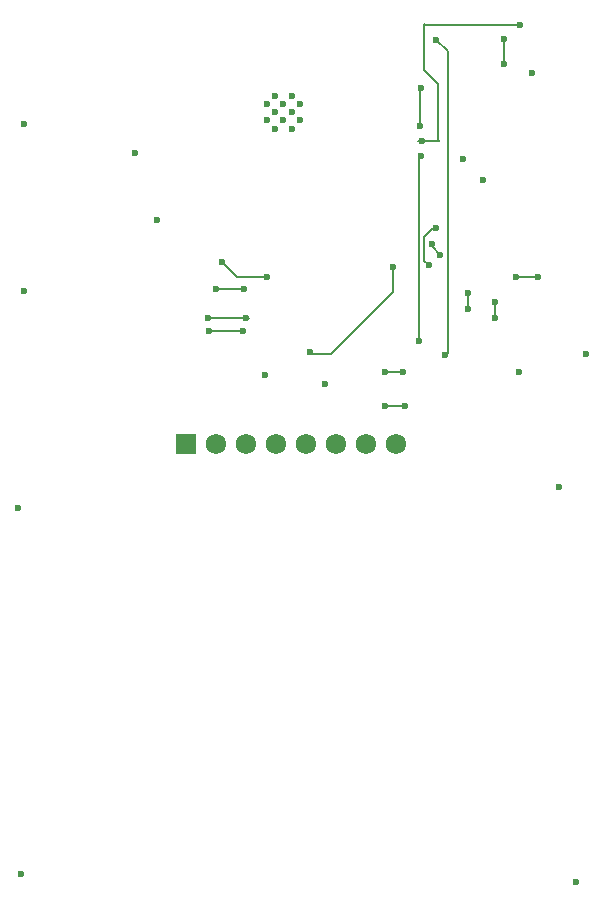
<source format=gbr>
%TF.GenerationSoftware,KiCad,Pcbnew,8.0.8*%
%TF.CreationDate,2025-03-13T01:12:54-05:00*%
%TF.ProjectId,BackTracker,4261636b-5472-4616-936b-65722e6b6963,rev?*%
%TF.SameCoordinates,Original*%
%TF.FileFunction,Copper,L2,Bot*%
%TF.FilePolarity,Positive*%
%FSLAX46Y46*%
G04 Gerber Fmt 4.6, Leading zero omitted, Abs format (unit mm)*
G04 Created by KiCad (PCBNEW 8.0.8) date 2025-03-13 01:12:54*
%MOMM*%
%LPD*%
G01*
G04 APERTURE LIST*
%TA.AperFunction,ComponentPad*%
%ADD10R,1.725000X1.725000*%
%TD*%
%TA.AperFunction,ComponentPad*%
%ADD11C,1.725000*%
%TD*%
%TA.AperFunction,HeatsinkPad*%
%ADD12C,0.600000*%
%TD*%
%TA.AperFunction,ViaPad*%
%ADD13C,0.600000*%
%TD*%
%TA.AperFunction,Conductor*%
%ADD14C,0.200000*%
%TD*%
G04 APERTURE END LIST*
D10*
%TO.P,U2,1,VCC*%
%TO.N,Net-(U2-VCC)*%
X94361000Y-70612000D03*
D11*
%TO.P,U2,2,RST*%
%TO.N,Net-(U1-IO22)*%
X96901000Y-70612000D03*
%TO.P,U2,3,GND*%
%TO.N,GND*%
X99441000Y-70612000D03*
%TO.P,U2,4,IRQ*%
%TO.N,unconnected-(U2-IRQ-Pad4)*%
X101981000Y-70612000D03*
%TO.P,U2,5,MISO/SCL/TX*%
%TO.N,Net-(U1-IO19)*%
X104521000Y-70612000D03*
%TO.P,U2,6,MOSI*%
%TO.N,Net-(U1-IO23)*%
X107061000Y-70612000D03*
%TO.P,U2,7,SCK*%
%TO.N,Net-(U1-IO18)*%
X109601000Y-70612000D03*
%TO.P,U2,8,SS/SDA/RX*%
%TO.N,Net-(U1-IO5)*%
X112141000Y-70612000D03*
%TD*%
D12*
%TO.P,U1,39,GND*%
%TO.N,GND*%
X104027000Y-43218000D03*
X104027000Y-41818000D03*
X103327000Y-43918000D03*
X103327000Y-42518000D03*
X103327000Y-41118000D03*
X102602000Y-43218000D03*
X102602000Y-41818000D03*
X101927000Y-43918000D03*
X101927000Y-42518000D03*
X101927000Y-41118000D03*
X101227000Y-43218000D03*
X101227000Y-41818000D03*
%TD*%
D13*
%TO.N,*%
X91948000Y-51689000D03*
X123698000Y-39243000D03*
X128270000Y-62992000D03*
X127381000Y-107696000D03*
X80391000Y-107061000D03*
X101092000Y-64770000D03*
X106172000Y-65532000D03*
X117856000Y-46482000D03*
X90043000Y-45974000D03*
X80645000Y-43561000D03*
X80137000Y-76073000D03*
X125984000Y-74295000D03*
X122555000Y-64516000D03*
X119507000Y-48260000D03*
X80645000Y-57658000D03*
%TO.N,Net-(U1-IO19)*%
X115570000Y-52324000D03*
X114935000Y-55499000D03*
X111887000Y-55626000D03*
X114300000Y-40513000D03*
X114173000Y-43688000D03*
X104902000Y-62865000D03*
%TO.N,Net-(U1-IO18)*%
X114335000Y-44958000D03*
X122682000Y-35179000D03*
X112903000Y-67437000D03*
X111252000Y-67437000D03*
%TO.N,Net-(U1-IO23)*%
X116332000Y-63119000D03*
X112776000Y-64516000D03*
X111252000Y-64516000D03*
X115570000Y-36449000D03*
%TO.N,Net-(U1-IO5)*%
X114300000Y-46228000D03*
X114127002Y-61930002D03*
%TO.N,Net-(U3-VDDIO)*%
X99441000Y-59944000D03*
X96266000Y-59944000D03*
%TO.N,Net-(U3-VDD)*%
X120523000Y-59944000D03*
X120523000Y-58582000D03*
X96301000Y-61087000D03*
X99187000Y-61087000D03*
X122301000Y-56515000D03*
X124206000Y-56515000D03*
X121320000Y-38446000D03*
X121320000Y-36322000D03*
%TO.N,Net-(U3-VDDIO)*%
X118237000Y-57820000D03*
X118237000Y-59182000D03*
%TO.N,Net-(U1-IO21)*%
X115911935Y-54608594D03*
X115154735Y-53668735D03*
%TO.N,Net-(U1-IO26)*%
X101198765Y-56494765D03*
X97409000Y-55245000D03*
%TO.N,Net-(U1-IO22)*%
X96901000Y-57531000D03*
X99314000Y-57531000D03*
%TD*%
D14*
%TO.N,Net-(U1-IO19)*%
X111887000Y-57785000D02*
X106680000Y-62992000D01*
X111887000Y-55626000D02*
X111887000Y-57785000D01*
X106680000Y-62992000D02*
X105029000Y-62992000D01*
X105029000Y-62992000D02*
X104902000Y-62865000D01*
X115316000Y-52324000D02*
X114554000Y-53086000D01*
X115570000Y-52324000D02*
X115316000Y-52324000D01*
X114554000Y-53086000D02*
X114554000Y-55118000D01*
X114554000Y-55118000D02*
X114935000Y-55499000D01*
X114173000Y-40640000D02*
X114300000Y-40513000D01*
X114173000Y-43688000D02*
X114173000Y-40640000D01*
%TO.N,Net-(U1-IO18)*%
X114300000Y-44958000D02*
X114046000Y-44958000D01*
X114046000Y-44958000D02*
X114335000Y-44958000D01*
X115824000Y-44958000D02*
X114300000Y-44958000D01*
X114554000Y-38989000D02*
X115697000Y-40132000D01*
X114681000Y-35179000D02*
X114554000Y-35052000D01*
X122682000Y-35179000D02*
X114681000Y-35179000D01*
X114554000Y-35052000D02*
X114554000Y-38989000D01*
X115697000Y-44831000D02*
X115824000Y-44958000D01*
X111252000Y-67437000D02*
X112903000Y-67437000D01*
%TO.N,Net-(U1-IO23)*%
X116511935Y-62939065D02*
X116332000Y-63119000D01*
X116511935Y-37390935D02*
X116511935Y-62939065D01*
X112776000Y-64516000D02*
X111252000Y-64516000D01*
X115570000Y-36449000D02*
X116511935Y-37390935D01*
%TO.N,Net-(U1-IO5)*%
X114127002Y-46400998D02*
X114127002Y-61930002D01*
X114300000Y-46228000D02*
X114127002Y-46400998D01*
X114173000Y-61976000D02*
X114127002Y-61930002D01*
%TO.N,Net-(U3-VDDIO)*%
X99695000Y-59944000D02*
X99441000Y-59944000D01*
X96266000Y-59944000D02*
X99441000Y-59944000D01*
%TO.N,Net-(U3-VDD)*%
X120523000Y-59944000D02*
X120523000Y-58582000D01*
X96301000Y-61087000D02*
X99187000Y-61087000D01*
X99314000Y-61214000D02*
X99187000Y-61087000D01*
X124206000Y-56515000D02*
X122301000Y-56515000D01*
X121320000Y-36322000D02*
X121320000Y-38446000D01*
X121285000Y-38481000D02*
X121320000Y-38446000D01*
%TO.N,Net-(U3-VDDIO)*%
X118329000Y-57820000D02*
X118364000Y-57785000D01*
X118237000Y-57820000D02*
X118329000Y-57820000D01*
X118237000Y-59182000D02*
X118237000Y-57820000D01*
%TO.N,Net-(U1-IO21)*%
X115189000Y-53703000D02*
X115154735Y-53668735D01*
X115189000Y-53885659D02*
X115189000Y-53703000D01*
X115911935Y-54608594D02*
X115189000Y-53885659D01*
%TO.N,Net-(U1-IO26)*%
X98658765Y-56494765D02*
X97409000Y-55245000D01*
X101198765Y-56494765D02*
X98658765Y-56494765D01*
%TO.N,Net-(U1-IO22)*%
X96901000Y-57531000D02*
X99314000Y-57531000D01*
%TO.N,Net-(U1-IO18)*%
X115697000Y-40132000D02*
X115697000Y-44831000D01*
%TD*%
M02*

</source>
